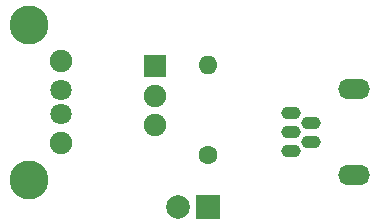
<source format=gts>
%TF.GenerationSoftware,KiCad,Pcbnew,(5.1.9)-1*%
%TF.CreationDate,2021-04-24T16:03:23-04:00*%
%TF.ProjectId,PowerStripper,506f7765-7253-4747-9269-707065722e6b,v01*%
%TF.SameCoordinates,Original*%
%TF.FileFunction,Soldermask,Top*%
%TF.FilePolarity,Negative*%
%FSLAX46Y46*%
G04 Gerber Fmt 4.6, Leading zero omitted, Abs format (unit mm)*
G04 Created by KiCad (PCBNEW (5.1.9)-1) date 2021-04-24 16:03:23*
%MOMM*%
%LPD*%
G01*
G04 APERTURE LIST*
%ADD10C,3.300000*%
%ADD11C,1.900000*%
%ADD12C,1.800000*%
%ADD13O,1.650000X1.100000*%
%ADD14O,2.700000X1.700000*%
%ADD15R,2.000000X2.000000*%
%ADD16C,2.000000*%
%ADD17O,1.600000X1.600000*%
%ADD18C,1.600000*%
%ADD19R,1.900000X1.900000*%
G04 APERTURE END LIST*
D10*
%TO.C,J2*%
X103632000Y-96808000D03*
X103632000Y-109948000D03*
D11*
X106342000Y-99878000D03*
D12*
X106342000Y-102378000D03*
X106342000Y-104378000D03*
D11*
X106342000Y-106878000D03*
%TD*%
D13*
%TO.C,J1*%
X125836000Y-105918000D03*
X125836000Y-107518000D03*
X125836000Y-104318000D03*
X127586000Y-106718000D03*
X127586000Y-105118000D03*
D14*
X131161000Y-109568000D03*
X131161000Y-102268000D03*
%TD*%
D15*
%TO.C,D1*%
X118846600Y-112242600D03*
D16*
X116306600Y-112242600D03*
%TD*%
D17*
%TO.C,R1*%
X118846600Y-100228400D03*
D18*
X118846600Y-107848400D03*
%TD*%
D19*
%TO.C,S1*%
X114300000Y-100330000D03*
D11*
X114300000Y-102830000D03*
X114300000Y-105330000D03*
%TD*%
M02*

</source>
